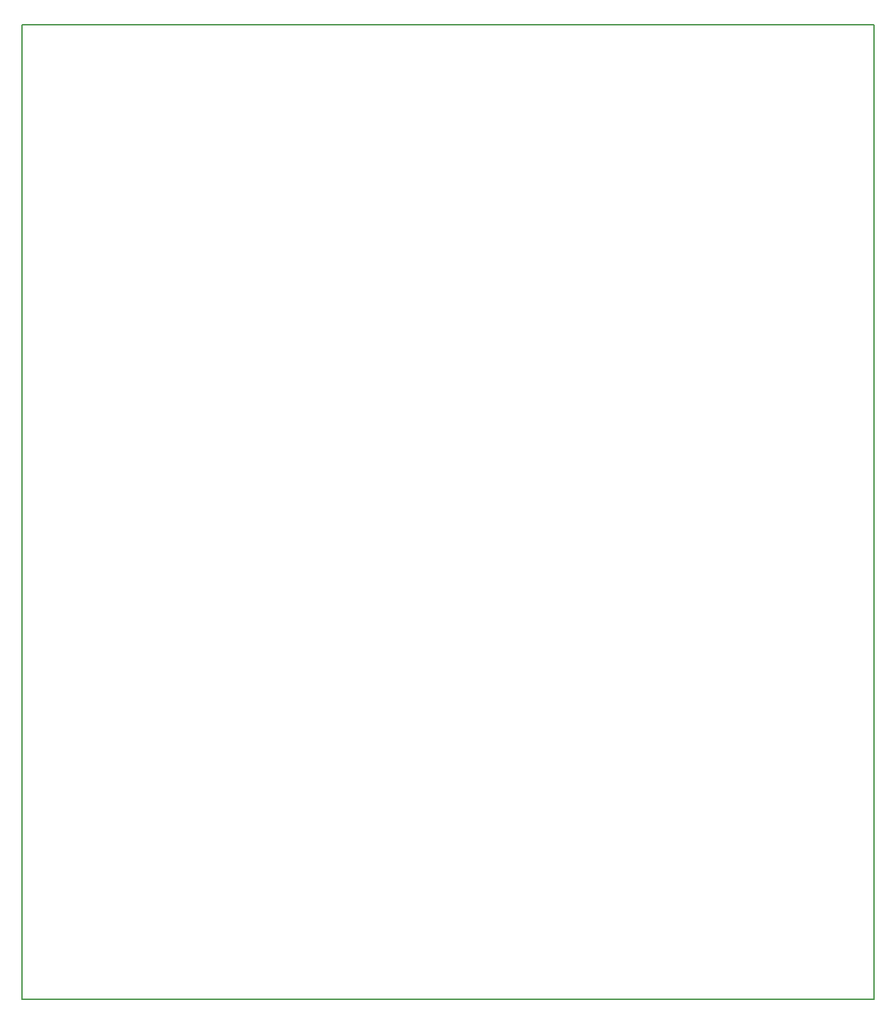
<source format=gbr>
%FSLAX34Y34*%
G04 Gerber Fmt 3.4, Leading zero omitted, Abs format*
G04 (created by PCBNEW (2014-05-13 BZR 4864)-product) date Mi 14 Mai 2014 11:17:40 CEST*
%MOIN*%
G01*
G70*
G90*
G04 APERTURE LIST*
%ADD10C,0.003937*%
%ADD11C,0.005906*%
G04 APERTURE END LIST*
G54D10*
G54D11*
X60629Y-55511D02*
X19291Y-55511D01*
X60629Y-8267D02*
X60629Y-55511D01*
X19291Y-8267D02*
X60629Y-8267D01*
X19291Y-8267D02*
X19291Y-55511D01*
M02*

</source>
